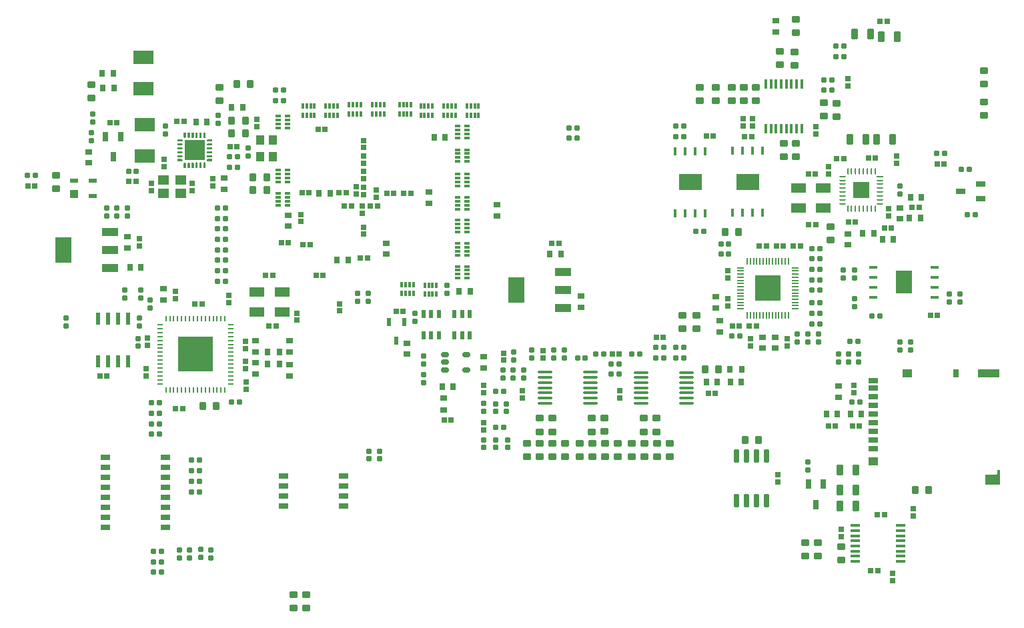
<source format=gbp>
G04*
G04 #@! TF.GenerationSoftware,Altium Limited,Altium Designer,23.11.1 (41)*
G04*
G04 Layer_Color=128*
%FSLAX44Y44*%
%MOMM*%
G71*
G04*
G04 #@! TF.SameCoordinates,8D0F9430-818D-4280-9ADF-FC2C5230366B*
G04*
G04*
G04 #@! TF.FilePolarity,Positive*
G04*
G01*
G75*
%ADD25R,0.8000X1.0000*%
%ADD32R,0.6400X0.6400*%
%ADD33R,0.9500X0.7500*%
G04:AMPARAMS|DCode=41|XSize=0.6mm|YSize=0.6mm|CornerRadius=0.06mm|HoleSize=0mm|Usage=FLASHONLY|Rotation=90.000|XOffset=0mm|YOffset=0mm|HoleType=Round|Shape=RoundedRectangle|*
%AMROUNDEDRECTD41*
21,1,0.6000,0.4800,0,0,90.0*
21,1,0.4800,0.6000,0,0,90.0*
1,1,0.1200,0.2400,0.2400*
1,1,0.1200,0.2400,-0.2400*
1,1,0.1200,-0.2400,-0.2400*
1,1,0.1200,-0.2400,0.2400*
%
%ADD41ROUNDEDRECTD41*%
%ADD42R,0.7500X0.9500*%
%ADD51R,0.6000X1.5500*%
G04:AMPARAMS|DCode=54|XSize=0.6mm|YSize=0.6mm|CornerRadius=0.06mm|HoleSize=0mm|Usage=FLASHONLY|Rotation=180.000|XOffset=0mm|YOffset=0mm|HoleType=Round|Shape=RoundedRectangle|*
%AMROUNDEDRECTD54*
21,1,0.6000,0.4800,0,0,180.0*
21,1,0.4800,0.6000,0,0,180.0*
1,1,0.1200,-0.2400,0.2400*
1,1,0.1200,0.2400,0.2400*
1,1,0.1200,0.2400,-0.2400*
1,1,0.1200,-0.2400,-0.2400*
%
%ADD54ROUNDEDRECTD54*%
G04:AMPARAMS|DCode=58|XSize=1mm|YSize=0.9mm|CornerRadius=0.1125mm|HoleSize=0mm|Usage=FLASHONLY|Rotation=0.000|XOffset=0mm|YOffset=0mm|HoleType=Round|Shape=RoundedRectangle|*
%AMROUNDEDRECTD58*
21,1,1.0000,0.6750,0,0,0.0*
21,1,0.7750,0.9000,0,0,0.0*
1,1,0.2250,0.3875,-0.3375*
1,1,0.2250,-0.3875,-0.3375*
1,1,0.2250,-0.3875,0.3375*
1,1,0.2250,0.3875,0.3375*
%
%ADD58ROUNDEDRECTD58*%
%ADD136R,0.6400X0.6400*%
G04:AMPARAMS|DCode=137|XSize=0.4mm|YSize=1.2mm|CornerRadius=0.05mm|HoleSize=0mm|Usage=FLASHONLY|Rotation=90.000|XOffset=0mm|YOffset=0mm|HoleType=Round|Shape=RoundedRectangle|*
%AMROUNDEDRECTD137*
21,1,0.4000,1.1000,0,0,90.0*
21,1,0.3000,1.2000,0,0,90.0*
1,1,0.1000,0.5500,0.1500*
1,1,0.1000,0.5500,-0.1500*
1,1,0.1000,-0.5500,-0.1500*
1,1,0.1000,-0.5500,0.1500*
%
%ADD137ROUNDEDRECTD137*%
G04:AMPARAMS|DCode=138|XSize=1.3mm|YSize=0.8mm|CornerRadius=0.1mm|HoleSize=0mm|Usage=FLASHONLY|Rotation=90.000|XOffset=0mm|YOffset=0mm|HoleType=Round|Shape=RoundedRectangle|*
%AMROUNDEDRECTD138*
21,1,1.3000,0.6000,0,0,90.0*
21,1,1.1000,0.8000,0,0,90.0*
1,1,0.2000,0.3000,0.5500*
1,1,0.2000,0.3000,-0.5500*
1,1,0.2000,-0.3000,-0.5500*
1,1,0.2000,-0.3000,0.5500*
%
%ADD138ROUNDEDRECTD138*%
%ADD139R,1.2700X0.7600*%
%ADD140R,0.6000X1.0000*%
G04:AMPARAMS|DCode=141|XSize=1.05mm|YSize=0.6mm|CornerRadius=0.15mm|HoleSize=0mm|Usage=FLASHONLY|Rotation=180.000|XOffset=0mm|YOffset=0mm|HoleType=Round|Shape=RoundedRectangle|*
%AMROUNDEDRECTD141*
21,1,1.0500,0.3000,0,0,180.0*
21,1,0.7500,0.6000,0,0,180.0*
1,1,0.3000,-0.3750,0.1500*
1,1,0.3000,0.3750,0.1500*
1,1,0.3000,0.3750,-0.1500*
1,1,0.3000,-0.3750,-0.1500*
%
%ADD141ROUNDEDRECTD141*%
%ADD142O,2.0000X0.3500*%
G04:AMPARAMS|DCode=143|XSize=0.4mm|YSize=1.2mm|CornerRadius=0.05mm|HoleSize=0mm|Usage=FLASHONLY|Rotation=180.000|XOffset=0mm|YOffset=0mm|HoleType=Round|Shape=RoundedRectangle|*
%AMROUNDEDRECTD143*
21,1,0.4000,1.1000,0,0,180.0*
21,1,0.3000,1.2000,0,0,180.0*
1,1,0.1000,-0.1500,0.5500*
1,1,0.1000,0.1500,0.5500*
1,1,0.1000,0.1500,-0.5500*
1,1,0.1000,-0.1500,-0.5500*
%
%ADD143ROUNDEDRECTD143*%
%ADD144R,1.2000X0.6500*%
G04:AMPARAMS|DCode=145|XSize=0.8078mm|YSize=0.2393mm|CornerRadius=0.1196mm|HoleSize=0mm|Usage=FLASHONLY|Rotation=180.000|XOffset=0mm|YOffset=0mm|HoleType=Round|Shape=RoundedRectangle|*
%AMROUNDEDRECTD145*
21,1,0.8078,0.0000,0,0,180.0*
21,1,0.5686,0.2393,0,0,180.0*
1,1,0.2393,-0.2843,0.0000*
1,1,0.2393,0.2843,0.0000*
1,1,0.2393,0.2843,0.0000*
1,1,0.2393,-0.2843,0.0000*
%
%ADD145ROUNDEDRECTD145*%
G04:AMPARAMS|DCode=146|XSize=0.2393mm|YSize=0.8078mm|CornerRadius=0.1196mm|HoleSize=0mm|Usage=FLASHONLY|Rotation=180.000|XOffset=0mm|YOffset=0mm|HoleType=Round|Shape=RoundedRectangle|*
%AMROUNDEDRECTD146*
21,1,0.2393,0.5686,0,0,180.0*
21,1,0.0000,0.8078,0,0,180.0*
1,1,0.2393,0.0000,0.2843*
1,1,0.2393,0.0000,0.2843*
1,1,0.2393,0.0000,-0.2843*
1,1,0.2393,0.0000,-0.2843*
%
%ADD146ROUNDEDRECTD146*%
%ADD147R,1.9000X1.2000*%
G04:AMPARAMS|DCode=150|XSize=1.0611mm|YSize=0.3925mm|CornerRadius=0.1962mm|HoleSize=0mm|Usage=FLASHONLY|Rotation=90.000|XOffset=0mm|YOffset=0mm|HoleType=Round|Shape=RoundedRectangle|*
%AMROUNDEDRECTD150*
21,1,1.0611,0.0000,0,0,90.0*
21,1,0.6686,0.3925,0,0,90.0*
1,1,0.3925,0.0000,0.3343*
1,1,0.3925,0.0000,-0.3343*
1,1,0.3925,0.0000,-0.3343*
1,1,0.3925,0.0000,0.3343*
%
%ADD150ROUNDEDRECTD150*%
G04:AMPARAMS|DCode=152|XSize=1.0611mm|YSize=0.3925mm|CornerRadius=0.1962mm|HoleSize=0mm|Usage=FLASHONLY|Rotation=0.000|XOffset=0mm|YOffset=0mm|HoleType=Round|Shape=RoundedRectangle|*
%AMROUNDEDRECTD152*
21,1,1.0611,0.0000,0,0,0.0*
21,1,0.6686,0.3925,0,0,0.0*
1,1,0.3925,0.3343,0.0000*
1,1,0.3925,-0.3343,0.0000*
1,1,0.3925,-0.3343,0.0000*
1,1,0.3925,0.3343,0.0000*
%
%ADD152ROUNDEDRECTD152*%
%ADD153R,2.8000X1.0000*%
%ADD154R,1.2000X1.0000*%
%ADD155R,3.2000X3.2000*%
%ADD156R,0.2000X0.8500*%
%ADD157R,0.9500X0.8000*%
%ADD158C,1.1447*%
%ADD159R,1.2000X0.7000*%
G04:AMPARAMS|DCode=160|XSize=1mm|YSize=0.9mm|CornerRadius=0.1125mm|HoleSize=0mm|Usage=FLASHONLY|Rotation=270.000|XOffset=0mm|YOffset=0mm|HoleType=Round|Shape=RoundedRectangle|*
%AMROUNDEDRECTD160*
21,1,1.0000,0.6750,0,0,270.0*
21,1,0.7750,0.9000,0,0,270.0*
1,1,0.2250,-0.3375,-0.3875*
1,1,0.2250,-0.3375,0.3875*
1,1,0.2250,0.3375,0.3875*
1,1,0.2250,0.3375,-0.3875*
%
%ADD160ROUNDEDRECTD160*%
%ADD161R,0.6500X1.2000*%
%ADD162R,2.1500X1.0000*%
G04:AMPARAMS|DCode=163|XSize=0.65mm|YSize=1.65mm|CornerRadius=0.0488mm|HoleSize=0mm|Usage=FLASHONLY|Rotation=0.000|XOffset=0mm|YOffset=0mm|HoleType=Round|Shape=RoundedRectangle|*
%AMROUNDEDRECTD163*
21,1,0.6500,1.5525,0,0,0.0*
21,1,0.5525,1.6500,0,0,0.0*
1,1,0.0975,0.2763,-0.7763*
1,1,0.0975,-0.2763,-0.7763*
1,1,0.0975,-0.2763,0.7763*
1,1,0.0975,0.2763,0.7763*
%
%ADD163ROUNDEDRECTD163*%
%ADD164R,1.1000X1.3000*%
%ADD165R,2.5000X2.5000*%
%ADD166R,1.4000X1.2000*%
%ADD167R,1.0000X1.0000*%
%ADD168O,0.7500X0.2500*%
%ADD169R,4.5000X4.5000*%
%ADD170O,0.2500X0.7500*%
%ADD171R,0.6500X0.3000*%
%ADD172R,0.3000X0.6500*%
%ADD173R,0.6400X0.9200*%
%ADD174R,2.1500X3.2500*%
%ADD175R,0.3925X1.0611*%
%ADD176R,1.0611X0.3925*%
%ADD177R,0.8078X0.2393*%
%ADD178C,0.2520*%
%ADD179R,0.8500X0.2000*%
%ADD180R,2.5000X1.7000*%
%ADD181R,1.0000X0.6000*%
%ADD182R,0.9200X0.6400*%
%ADD214R,2.9724X2.0724*%
%ADD215R,2.0724X2.9724*%
%ADD216R,2.0239X2.0239*%
G36*
X633280Y887807D02*
X633674Y887413D01*
X633887Y886898D01*
Y886620D01*
Y886341D01*
X633674Y885827D01*
X633280Y885433D01*
X632766Y885220D01*
X626987D01*
Y888020D01*
X632766D01*
X633280Y887807D01*
D02*
G37*
G36*
X632487Y893020D02*
X632766D01*
X633280Y892807D01*
X633674Y892413D01*
X633887Y891898D01*
Y891620D01*
Y891341D01*
X633674Y890827D01*
X633280Y890433D01*
X632766Y890220D01*
X626987D01*
Y893020D01*
X632487D01*
Y893020D01*
D02*
G37*
G36*
X633280Y897807D02*
X633674Y897413D01*
X633887Y896898D01*
Y896620D01*
Y896341D01*
X633674Y895827D01*
X633280Y895433D01*
X632766Y895220D01*
X626987D01*
Y898020D01*
X632766D01*
X633280Y897807D01*
D02*
G37*
G36*
X637556Y883532D02*
X637949Y883138D01*
X638162Y882624D01*
Y882345D01*
Y876845D01*
X635363D01*
Y882345D01*
Y882624D01*
X635576Y883138D01*
X635970Y883532D01*
X636484Y883745D01*
X637041D01*
X637556Y883532D01*
D02*
G37*
G36*
X642555D02*
X642949Y883138D01*
X643163Y882624D01*
Y882345D01*
X643163Y876845D01*
X640362D01*
Y882345D01*
Y882624D01*
X640576Y883138D01*
X640969Y883532D01*
X641484Y883745D01*
X642041D01*
X642555Y883532D01*
D02*
G37*
G36*
X647556D02*
X647949Y883138D01*
X648163Y882624D01*
Y882345D01*
Y876845D01*
X645362D01*
Y882345D01*
Y882624D01*
X645576Y883138D01*
X645969Y883532D01*
X646484Y883745D01*
X647041D01*
X647556Y883532D01*
D02*
G37*
G36*
X633280Y902807D02*
X633674Y902413D01*
X633887Y901898D01*
Y901620D01*
Y901341D01*
X633674Y900827D01*
X633280Y900433D01*
X632766Y900220D01*
X626987D01*
Y903020D01*
X632766D01*
X633280Y902807D01*
D02*
G37*
G36*
Y907807D02*
X633674Y907413D01*
X633887Y906898D01*
Y906620D01*
Y906341D01*
X633674Y905827D01*
X633280Y905433D01*
X632766Y905220D01*
X632487D01*
X626987Y905220D01*
Y908020D01*
X632766D01*
X633280Y907807D01*
D02*
G37*
G36*
Y912807D02*
X633674Y912413D01*
X633887Y911898D01*
Y911620D01*
Y911341D01*
X633674Y910827D01*
X633280Y910433D01*
X632766Y910220D01*
X626987D01*
Y913020D01*
X632766D01*
X633280Y912807D01*
D02*
G37*
G36*
X638162Y915895D02*
Y915617D01*
X637949Y915102D01*
X637556Y914708D01*
X637041Y914495D01*
X636484D01*
X635970Y914708D01*
X635576Y915102D01*
X635363Y915617D01*
Y915895D01*
Y921395D01*
X638162D01*
Y915895D01*
D02*
G37*
G36*
X643163D02*
X643163D01*
Y915617D01*
X642949Y915102D01*
X642555Y914708D01*
X642041Y914495D01*
X641484D01*
X640969Y914708D01*
X640576Y915102D01*
X640362Y915617D01*
Y915895D01*
Y921395D01*
X643163D01*
Y915895D01*
D02*
G37*
G36*
X648163D02*
Y915617D01*
X647949Y915102D01*
X647556Y914708D01*
X647041Y914495D01*
X646484D01*
X645969Y914708D01*
X645576Y915102D01*
X645362Y915617D01*
Y915895D01*
Y921395D01*
X648163D01*
Y915895D01*
D02*
G37*
G36*
X663163D02*
Y915617D01*
X662949Y915102D01*
X662555Y914708D01*
X662041Y914495D01*
X661484D01*
X660969Y914708D01*
X660576Y915102D01*
X660362Y915617D01*
Y915895D01*
Y921395D01*
X663163D01*
Y915895D01*
D02*
G37*
G36*
X658163D02*
Y915617D01*
X657949Y915102D01*
X657556Y914708D01*
X657041Y914495D01*
X656484D01*
X655969Y914708D01*
X655576Y915102D01*
X655362Y915617D01*
Y915895D01*
X655362Y921395D01*
X658163D01*
Y915895D01*
D02*
G37*
G36*
X653163D02*
Y915617D01*
X652949Y915102D01*
X652555Y914708D01*
X652041Y914495D01*
X651484D01*
X650969Y914708D01*
X650576Y915102D01*
X650362Y915617D01*
Y915895D01*
Y921395D01*
X653163D01*
Y915895D01*
D02*
G37*
G36*
X671537Y910220D02*
X665759D01*
X665245Y910433D01*
X664851Y910827D01*
X664638Y911341D01*
Y911620D01*
Y911898D01*
X664851Y912413D01*
X665245Y912807D01*
X665759Y913020D01*
X671537D01*
Y910220D01*
D02*
G37*
G36*
Y905220D02*
X666038D01*
Y905220D01*
X665759D01*
X665245Y905433D01*
X664851Y905827D01*
X664638Y906341D01*
Y906620D01*
Y906898D01*
X664851Y907413D01*
X665245Y907807D01*
X665759Y908020D01*
X671537D01*
Y905220D01*
D02*
G37*
G36*
Y900220D02*
X665759D01*
X665245Y900433D01*
X664851Y900827D01*
X664638Y901341D01*
Y901620D01*
Y901898D01*
X664851Y902413D01*
X665245Y902807D01*
X665759Y903020D01*
X671537D01*
Y900220D01*
D02*
G37*
G36*
Y895220D02*
X665759D01*
X665245Y895433D01*
X664851Y895827D01*
X664638Y896341D01*
Y896620D01*
Y896898D01*
X664851Y897413D01*
X665245Y897807D01*
X665759Y898020D01*
X671537D01*
Y895220D01*
D02*
G37*
G36*
Y890220D02*
X665759D01*
X665245Y890433D01*
X664851Y890827D01*
X664638Y891341D01*
Y891620D01*
Y891898D01*
X664851Y892413D01*
X665245Y892807D01*
X665759Y893020D01*
X666038D01*
X671537Y893020D01*
Y890220D01*
D02*
G37*
G36*
Y885220D02*
X665759D01*
X665245Y885433D01*
X664851Y885827D01*
X664638Y886341D01*
Y886620D01*
Y886898D01*
X664851Y887413D01*
X665245Y887807D01*
X665759Y888020D01*
X671537D01*
Y885220D01*
D02*
G37*
G36*
X662555Y883532D02*
X662949Y883138D01*
X663163Y882624D01*
Y882345D01*
Y876845D01*
X660362D01*
Y882345D01*
Y882624D01*
X660576Y883138D01*
X660969Y883532D01*
X661484Y883745D01*
X662041D01*
X662555Y883532D01*
D02*
G37*
G36*
X657556D02*
X657949Y883138D01*
X658163Y882624D01*
Y882345D01*
Y876845D01*
X655362D01*
Y882345D01*
X655362D01*
Y882624D01*
X655576Y883138D01*
X655969Y883532D01*
X656484Y883745D01*
X657041D01*
X657556Y883532D01*
D02*
G37*
G36*
X652555D02*
X652949Y883138D01*
X653163Y882624D01*
Y882345D01*
Y876845D01*
X650362D01*
Y882345D01*
Y882624D01*
X650576Y883138D01*
X650969Y883532D01*
X651484Y883745D01*
X652041D01*
X652555Y883532D01*
D02*
G37*
G36*
X1671350Y474346D02*
X1652350D01*
Y487346D01*
X1666350D01*
X1667850Y488846D01*
Y492846D01*
X1671350D01*
Y474346D01*
D02*
G37*
D25*
X1615850Y615846D02*
D03*
D32*
X1470000Y417600D02*
D03*
Y408400D02*
D03*
X1540000Y891600D02*
D03*
Y882400D02*
D03*
X1453725Y869139D02*
D03*
Y878339D02*
D03*
X728000Y938600D02*
D03*
Y929400D02*
D03*
X864000Y862730D02*
D03*
Y871930D02*
D03*
Y842400D02*
D03*
Y851600D02*
D03*
X854000Y843400D02*
D03*
Y852600D02*
D03*
X861963Y819360D02*
D03*
Y828560D02*
D03*
X1065324Y584600D02*
D03*
X1188720Y584680D02*
D03*
X1478280Y990120D02*
D03*
X1437640Y929160D02*
D03*
X1357652Y939320D02*
D03*
X1345473D02*
D03*
X1530350Y825020D02*
D03*
X880000Y839400D02*
D03*
X1485900Y600776D02*
D03*
X1401587Y659920D02*
D03*
X1354370Y650720D02*
D03*
X1561000Y443600D02*
D03*
X1535000Y352400D02*
D03*
X1389380Y478000D02*
D03*
X1325880Y737080D02*
D03*
Y701520D02*
D03*
X864000Y902400D02*
D03*
Y891600D02*
D03*
Y801600D02*
D03*
X784000Y808480D02*
D03*
X610870Y878050D02*
D03*
X672467Y853534D02*
D03*
X646430Y856770D02*
D03*
X594795Y847570D02*
D03*
X579000Y786600D02*
D03*
X833000Y704200D02*
D03*
X779331Y683177D02*
D03*
X693000Y714600D02*
D03*
X714000Y647400D02*
D03*
Y622000D02*
D03*
X715000Y595800D02*
D03*
X625000Y719600D02*
D03*
X589000Y660600D02*
D03*
X588000Y612400D02*
D03*
X1485900Y591576D02*
D03*
X1530350Y815820D02*
D03*
X1478280Y980920D02*
D03*
X693000Y705400D02*
D03*
X589000Y651400D02*
D03*
X715000Y605000D02*
D03*
X588000Y621600D02*
D03*
X1016000Y544196D02*
D03*
X784000Y817679D02*
D03*
X880000Y848600D02*
D03*
X1016000Y590945D02*
D03*
X1091578Y635480D02*
D03*
X1041400Y641585D02*
D03*
X625000Y710400D02*
D03*
X864000Y792400D02*
D03*
Y911600D02*
D03*
Y882400D02*
D03*
X1389380Y487200D02*
D03*
X1325880Y710720D02*
D03*
Y746280D02*
D03*
X1016000Y553396D02*
D03*
X1091578Y644680D02*
D03*
X1016000Y600144D02*
D03*
X1041400Y632385D02*
D03*
X779331Y692377D02*
D03*
X1401587Y650720D02*
D03*
X1354370Y659920D02*
D03*
X833000Y695000D02*
D03*
X1345473Y930120D02*
D03*
X1357652D02*
D03*
X1437640Y919960D02*
D03*
X579000Y777400D02*
D03*
X1561000Y434400D02*
D03*
X1535000Y361600D02*
D03*
X1065324Y593800D02*
D03*
X1188720Y593880D02*
D03*
X714000Y656600D02*
D03*
Y631200D02*
D03*
X646430Y847570D02*
D03*
X594795Y856770D02*
D03*
X610870Y887250D02*
D03*
X672467Y862735D02*
D03*
D33*
X1016000Y636920D02*
D03*
X919000Y640000D02*
D03*
X1386840Y1049640D02*
D03*
X1544320Y826150D02*
D03*
X947000Y846000D02*
D03*
X1033000Y830000D02*
D03*
X1478280Y779130D02*
D03*
X1466850Y599578D02*
D03*
X892000Y767000D02*
D03*
X1310640Y699120D02*
D03*
X1315720Y668640D02*
D03*
X1140000Y714000D02*
D03*
X768000Y802482D02*
D03*
X514682Y883270D02*
D03*
X686816Y849488D02*
D03*
X564000Y789000D02*
D03*
X769620Y657240D02*
D03*
X726440Y615300D02*
D03*
Y643240D02*
D03*
X769620Y612760D02*
D03*
X610000Y723000D02*
D03*
X1466850Y585578D02*
D03*
X1544320Y812150D02*
D03*
X947000Y832000D02*
D03*
X1478280Y793130D02*
D03*
X768000Y816481D02*
D03*
X1033000Y816000D02*
D03*
X769620Y626760D02*
D03*
Y643240D02*
D03*
X1140000Y700000D02*
D03*
X1310640Y713120D02*
D03*
X892000Y781000D02*
D03*
X919000Y654000D02*
D03*
X1315720Y682640D02*
D03*
X1386840Y1063640D02*
D03*
X564000Y775000D02*
D03*
X1016000Y622920D02*
D03*
X610000Y709000D02*
D03*
X726440Y657240D02*
D03*
Y629300D02*
D03*
X686816Y863488D02*
D03*
X514682Y897270D02*
D03*
D41*
X1124590Y927689D02*
D03*
X1134590D02*
D03*
Y914400D02*
D03*
X1124590D02*
D03*
X1178165Y627968D02*
D03*
X1158320Y640080D02*
D03*
X1269920Y635351D02*
D03*
Y648639D02*
D03*
X1473120Y1017952D02*
D03*
X1601000Y895000D02*
D03*
X703500Y877392D02*
D03*
X565230Y872364D02*
D03*
X447000Y867000D02*
D03*
X1632000Y875000D02*
D03*
X1622000D02*
D03*
X1640000Y817000D02*
D03*
X1630000D02*
D03*
X688345Y732766D02*
D03*
X678345D02*
D03*
Y746055D02*
D03*
X688345D02*
D03*
X678345Y759343D02*
D03*
X688345D02*
D03*
X678345Y772632D02*
D03*
X688345D02*
D03*
X678505Y785920D02*
D03*
X688505D02*
D03*
X678345Y799209D02*
D03*
X688345D02*
D03*
X678345Y812497D02*
D03*
X688345D02*
D03*
X678345Y825786D02*
D03*
X688345D02*
D03*
X604440Y578399D02*
D03*
X594440D02*
D03*
X604440Y565110D02*
D03*
X594440D02*
D03*
X604440Y551768D02*
D03*
X594440D02*
D03*
X604440Y538480D02*
D03*
X594440D02*
D03*
X655320Y505460D02*
D03*
X645320D02*
D03*
X655240Y492172D02*
D03*
X645240D02*
D03*
X655320Y478883D02*
D03*
X645320D02*
D03*
X655240Y464820D02*
D03*
X645240D02*
D03*
X607060Y363220D02*
D03*
X597060D02*
D03*
X606980Y376508D02*
D03*
X596980D02*
D03*
X606980Y389797D02*
D03*
X596980D02*
D03*
X1490900Y656035D02*
D03*
X1480900D02*
D03*
X1493440Y579120D02*
D03*
X1483440D02*
D03*
X1591000Y895000D02*
D03*
X1168320Y640080D02*
D03*
X1442640Y761226D02*
D03*
X1432640D02*
D03*
X703500Y890680D02*
D03*
X693500D02*
D03*
X1518840Y688366D02*
D03*
X1442640Y692057D02*
D03*
X1285320Y796306D02*
D03*
X1259920Y929640D02*
D03*
Y916234D02*
D03*
X751920Y962072D02*
D03*
X1331040Y662906D02*
D03*
X1031320Y546810D02*
D03*
X1234520Y648639D02*
D03*
X1031320Y592530D02*
D03*
X1442640Y678768D02*
D03*
X1259920Y648639D02*
D03*
X1204040Y640351D02*
D03*
X1508840Y688366D02*
D03*
X1341040Y662906D02*
D03*
X761920Y975360D02*
D03*
X751920D02*
D03*
X761920Y962072D02*
D03*
X1317070Y780368D02*
D03*
X1327070D02*
D03*
X1442640Y774514D02*
D03*
X1432640D02*
D03*
X1317150Y767080D02*
D03*
X1327150D02*
D03*
X1442640Y747937D02*
D03*
X1432640D02*
D03*
X1442560Y734649D02*
D03*
X1432560D02*
D03*
X1269920Y916234D02*
D03*
X1442560Y721360D02*
D03*
X1432560D02*
D03*
X1442640Y705346D02*
D03*
X1432640D02*
D03*
X1269920Y929640D02*
D03*
X1432640Y692057D02*
D03*
X1295320Y796306D02*
D03*
X1432640Y678768D02*
D03*
X1473120Y1031240D02*
D03*
X1463120D02*
D03*
Y1017952D02*
D03*
X1447880Y975360D02*
D03*
X1457880D02*
D03*
X1447880Y988649D02*
D03*
X1457880D02*
D03*
X1244520Y648639D02*
D03*
X1234600Y635351D02*
D03*
X1244600D02*
D03*
X1259920D02*
D03*
X1214040Y640351D02*
D03*
X1145031Y635472D02*
D03*
X1135032D02*
D03*
X1178165Y614680D02*
D03*
X1188165D02*
D03*
Y627968D02*
D03*
X1041320Y546810D02*
D03*
Y592530D02*
D03*
X696040Y579120D02*
D03*
X706040D02*
D03*
X575230Y872364D02*
D03*
X693500Y877392D02*
D03*
X437000Y867000D02*
D03*
D42*
X977280Y598869D02*
D03*
X1312645Y604496D02*
D03*
X1557640Y839470D02*
D03*
X967120Y915670D02*
D03*
X1536080Y785760D02*
D03*
X1343040Y604496D02*
D03*
X1481440Y563880D02*
D03*
X1450960D02*
D03*
X1114000Y767000D02*
D03*
X998870Y719563D02*
D03*
X821000Y844000D02*
D03*
X710100Y953180D02*
D03*
X664860Y934720D02*
D03*
X532100Y996950D02*
D03*
X532750Y977900D02*
D03*
X829921Y760000D02*
D03*
X581000Y750000D02*
D03*
X1571640Y839470D02*
D03*
X1522080Y785760D02*
D03*
X1100000Y767000D02*
D03*
X843921Y760000D02*
D03*
X984870Y719563D02*
D03*
X1464960Y563880D02*
D03*
X1495440D02*
D03*
X953120Y915670D02*
D03*
X807000Y844000D02*
D03*
X567000Y750000D02*
D03*
X1329040Y604496D02*
D03*
X1298645Y604496D02*
D03*
X963280Y598869D02*
D03*
X696100Y953180D02*
D03*
X650860Y934720D02*
D03*
X546100Y996950D02*
D03*
X546750Y977900D02*
D03*
D51*
X527050Y684860D02*
D03*
X539750D02*
D03*
X552450D02*
D03*
X565150D02*
D03*
X552450Y630860D02*
D03*
X527050D02*
D03*
X539750D02*
D03*
X565150D02*
D03*
D54*
X593000Y699000D02*
D03*
Y709000D02*
D03*
X929000Y692000D02*
D03*
Y682000D02*
D03*
X940000Y604000D02*
D03*
X1031240Y521490D02*
D03*
X1016000D02*
D03*
X1031240Y567210D02*
D03*
X1016000Y567290D02*
D03*
X1053512Y609680D02*
D03*
X1040223D02*
D03*
X1118188Y635472D02*
D03*
X1076960D02*
D03*
X1544320Y843360D02*
D03*
X1427480Y502840D02*
D03*
X716788Y901907D02*
D03*
X520000Y945000D02*
D03*
X486000Y676000D02*
D03*
Y686000D02*
D03*
X560796Y721608D02*
D03*
X560796Y711608D02*
D03*
X580810Y711280D02*
D03*
Y721280D02*
D03*
X550592Y825565D02*
D03*
Y815565D02*
D03*
X563880Y825420D02*
D03*
Y815420D02*
D03*
X537303Y825565D02*
D03*
Y815565D02*
D03*
X969556Y717630D02*
D03*
Y727630D02*
D03*
X884000Y517000D02*
D03*
Y507000D02*
D03*
X870000Y517000D02*
D03*
Y507000D02*
D03*
X579120Y675720D02*
D03*
Y685720D02*
D03*
X1466850Y640000D02*
D03*
Y630000D02*
D03*
X1479550Y640000D02*
D03*
Y630000D02*
D03*
X1492250Y640000D02*
D03*
Y630000D02*
D03*
X1544320Y655240D02*
D03*
Y645240D02*
D03*
X1558290Y645160D02*
D03*
Y655160D02*
D03*
X1544320Y853360D02*
D03*
X630000Y391000D02*
D03*
Y381000D02*
D03*
X643000Y391000D02*
D03*
Y381000D02*
D03*
X657000Y392000D02*
D03*
Y382000D02*
D03*
X670000Y381000D02*
D03*
Y391000D02*
D03*
X1487186Y710263D02*
D03*
Y700263D02*
D03*
X716788Y891907D02*
D03*
X1016000Y531490D02*
D03*
X1487170Y746680D02*
D03*
X1016000Y577290D02*
D03*
X1104900Y635472D02*
D03*
X869259Y717062D02*
D03*
X855971Y716982D02*
D03*
X1054134Y642969D02*
D03*
X1607114Y706200D02*
D03*
X1472635Y746765D02*
D03*
X1414321Y655320D02*
D03*
X1076960Y645472D02*
D03*
X1620520Y706200D02*
D03*
X1440898Y655320D02*
D03*
X1040223Y619680D02*
D03*
X1427609Y655480D02*
D03*
X940000Y614000D02*
D03*
X1427480Y492840D02*
D03*
X855971Y706982D02*
D03*
X869259Y707062D02*
D03*
X1472635Y736765D02*
D03*
X1487170Y736680D02*
D03*
X1620520Y716200D02*
D03*
X1607114D02*
D03*
X1414321Y665320D02*
D03*
X1440898D02*
D03*
X1427609Y665480D02*
D03*
X1118188Y645472D02*
D03*
X1104900D02*
D03*
X1066800Y619680D02*
D03*
Y609680D02*
D03*
X1054134Y632969D02*
D03*
X1031240Y577210D02*
D03*
X1053512Y619680D02*
D03*
X1044529Y567210D02*
D03*
Y577210D02*
D03*
X1031240Y531490D02*
D03*
X1046480Y521490D02*
D03*
Y531490D02*
D03*
X940000Y638000D02*
D03*
Y628000D02*
D03*
X577810Y650105D02*
D03*
Y660105D02*
D03*
X679450Y933610D02*
D03*
Y943610D02*
D03*
X612140Y919560D02*
D03*
Y929560D02*
D03*
X520000Y935000D02*
D03*
X517821Y911174D02*
D03*
Y921173D02*
D03*
D58*
X1087200Y558679D02*
D03*
X1103219D02*
D03*
X1153240D02*
D03*
X1169258Y558800D02*
D03*
X1219200Y558679D02*
D03*
X1235219D02*
D03*
X1463819Y958460D02*
D03*
X1412240Y1048140D02*
D03*
X1410415Y1024040D02*
D03*
X1391920Y1024500D02*
D03*
X1330960Y961780D02*
D03*
X680832Y978780D02*
D03*
X518000Y982500D02*
D03*
X473710Y850020D02*
D03*
X1268000Y689500D02*
D03*
Y672500D02*
D03*
X1651000Y960500D02*
D03*
Y943500D02*
D03*
Y1000500D02*
D03*
Y983500D02*
D03*
X1456690Y802250D02*
D03*
Y785250D02*
D03*
X1286000Y689500D02*
D03*
Y672500D02*
D03*
X680832Y961780D02*
D03*
X1138000Y526660D02*
D03*
X1203960D02*
D03*
X1119237D02*
D03*
X1186056D02*
D03*
X774700Y317382D02*
D03*
X1424161Y383930D02*
D03*
X791090Y317382D02*
D03*
X1470000Y378500D02*
D03*
X1440180Y383930D02*
D03*
X1252016Y526660D02*
D03*
X1087200D02*
D03*
X1440180Y400930D02*
D03*
X1290320Y978780D02*
D03*
Y961780D02*
D03*
X1447800Y959731D02*
D03*
Y942730D02*
D03*
X1463819Y941460D02*
D03*
X1361440Y978780D02*
D03*
Y961780D02*
D03*
X1412240Y1065140D02*
D03*
X1310640Y961780D02*
D03*
Y978780D02*
D03*
X1410415Y1007040D02*
D03*
X1397000Y890660D02*
D03*
Y907660D02*
D03*
X1391920Y1007500D02*
D03*
X1330960Y978780D02*
D03*
X1412240Y890660D02*
D03*
Y907660D02*
D03*
X1346200Y978780D02*
D03*
Y961780D02*
D03*
X1235219Y541679D02*
D03*
X1219200D02*
D03*
X1219979Y509660D02*
D03*
Y526660D02*
D03*
X1235997Y509660D02*
D03*
Y526660D02*
D03*
X1203960Y509660D02*
D03*
X1252016D02*
D03*
X1470000Y395500D02*
D03*
X1087200Y541679D02*
D03*
X1103219D02*
D03*
X1169258Y541800D02*
D03*
X1153240Y541679D02*
D03*
X1087200Y509660D02*
D03*
X1103219D02*
D03*
Y526660D02*
D03*
X1170037Y509660D02*
D03*
Y526660D02*
D03*
X1154018Y509660D02*
D03*
Y526660D02*
D03*
X1138000Y509660D02*
D03*
X1186056D02*
D03*
X1071181D02*
D03*
Y526660D02*
D03*
X1119237Y509660D02*
D03*
X791090Y334382D02*
D03*
X1424161Y400930D02*
D03*
X774700Y334382D02*
D03*
X518000Y965500D02*
D03*
X473710Y867020D02*
D03*
D136*
X1473085Y888590D02*
D03*
X1463885D02*
D03*
X904720Y694249D02*
D03*
X913920Y694249D02*
D03*
X1310160Y590147D02*
D03*
X1518800Y1063000D02*
D03*
X1600600Y882000D02*
D03*
X1504160Y889000D02*
D03*
X1347160Y916138D02*
D03*
X1559560Y826770D02*
D03*
X1533680Y800108D02*
D03*
X1437160Y869188D02*
D03*
X1487960Y807720D02*
D03*
X1428440Y804893D02*
D03*
X1307620Y916940D02*
D03*
X892901Y844000D02*
D03*
X923424D02*
D03*
X786400Y779000D02*
D03*
X872514Y828195D02*
D03*
X1417843Y777240D02*
D03*
X1582900Y689610D02*
D03*
X1387320Y777240D02*
D03*
X1365974D02*
D03*
X1353030Y675640D02*
D03*
X1483840Y548640D02*
D03*
X1453360D02*
D03*
X1111600Y781000D02*
D03*
X868600Y762000D02*
D03*
X1331440Y675640D02*
D03*
X974880Y556580D02*
D03*
X805660Y925830D02*
D03*
X785400Y845000D02*
D03*
X703100Y903413D02*
D03*
X848600Y828000D02*
D03*
X841600Y845000D02*
D03*
X768340Y781590D02*
D03*
X626370Y935990D02*
D03*
X446600Y854000D02*
D03*
X565630Y859631D02*
D03*
X812320Y740410D02*
D03*
X748600Y740000D02*
D03*
X658600Y704000D02*
D03*
X743400Y675704D02*
D03*
X538000Y612140D02*
D03*
X634200Y571000D02*
D03*
X437400Y854000D02*
D03*
X1478760Y807720D02*
D03*
X1568760Y826770D02*
D03*
X1513360Y889000D02*
D03*
X1591400Y882000D02*
D03*
X1528000Y1063000D02*
D03*
X649400Y704000D02*
D03*
X625000Y571000D02*
D03*
X1102400Y781000D02*
D03*
X1298420Y916940D02*
D03*
X1524480Y800108D02*
D03*
X693900Y903413D02*
D03*
X795600Y779000D02*
D03*
X859400Y762000D02*
D03*
X1179040Y640702D02*
D03*
X832400Y845000D02*
D03*
X902101Y844000D02*
D03*
X881714Y828195D02*
D03*
X839400Y828000D02*
D03*
X528800Y612140D02*
D03*
X759140Y781590D02*
D03*
X794600Y845000D02*
D03*
X914224Y844000D02*
D03*
X814860Y925830D02*
D03*
X1462560Y548640D02*
D03*
X1375174Y777240D02*
D03*
X1356360Y916138D02*
D03*
X1408642Y777240D02*
D03*
X1340640Y675640D02*
D03*
X1493040Y548640D02*
D03*
X1592100Y689610D02*
D03*
X1234920Y661373D02*
D03*
X1244120D02*
D03*
X1188240Y640702D02*
D03*
X803120Y740410D02*
D03*
X1362230Y675640D02*
D03*
X1396520Y777240D02*
D03*
X1427960Y869188D02*
D03*
X1515400Y436000D02*
D03*
X1524600D02*
D03*
X1507400Y365000D02*
D03*
X1516600D02*
D03*
X1300960Y590147D02*
D03*
X965680Y556580D02*
D03*
X1437640Y804893D02*
D03*
X739400Y740000D02*
D03*
X752600Y675704D02*
D03*
X574830Y859631D02*
D03*
X635569Y935990D02*
D03*
X550700Y934280D02*
D03*
X541500D02*
D03*
D137*
X1545000Y422500D02*
D03*
Y416000D02*
D03*
Y409500D02*
D03*
Y403000D02*
D03*
Y396500D02*
D03*
Y390000D02*
D03*
X1545000Y383500D02*
D03*
X1545000Y377000D02*
D03*
X1488000Y422500D02*
D03*
Y403000D02*
D03*
Y396500D02*
D03*
X1488000Y383500D02*
D03*
X1488000Y416000D02*
D03*
Y377000D02*
D03*
Y390000D02*
D03*
Y409500D02*
D03*
D138*
X1487000Y1047000D02*
D03*
X1507000D02*
D03*
X1481000Y913000D02*
D03*
X1501000D02*
D03*
X1535000D02*
D03*
X1515000D02*
D03*
X1541000Y1043000D02*
D03*
X1521000D02*
D03*
X1468280Y467360D02*
D03*
X1488280D02*
D03*
Y447040D02*
D03*
X1468280D02*
D03*
X1488280Y492760D02*
D03*
X1468280D02*
D03*
D139*
X838200Y485140D02*
D03*
Y472440D02*
D03*
Y459740D02*
D03*
Y447040D02*
D03*
X762000Y472440D02*
D03*
Y485140D02*
D03*
Y459740D02*
D03*
Y447040D02*
D03*
X535940Y496570D02*
D03*
Y433070D02*
D03*
Y483870D02*
D03*
Y458470D02*
D03*
Y471170D02*
D03*
Y445770D02*
D03*
Y509270D02*
D03*
Y420370D02*
D03*
X612140Y509270D02*
D03*
Y496570D02*
D03*
Y483870D02*
D03*
Y471170D02*
D03*
Y458470D02*
D03*
Y445770D02*
D03*
Y433070D02*
D03*
Y420370D02*
D03*
D140*
X896000Y681000D02*
D03*
X915000Y681000D02*
D03*
X905500Y657000D02*
D03*
X949429Y664443D02*
D03*
X988697D02*
D03*
X979197D02*
D03*
X939929Y691443D02*
D03*
X998197D02*
D03*
Y664443D02*
D03*
X958929Y691443D02*
D03*
X979197D02*
D03*
X958929Y664443D02*
D03*
X939929D02*
D03*
X949429Y691443D02*
D03*
X988697D02*
D03*
D141*
X966940Y629920D02*
D03*
Y620420D02*
D03*
X966940Y639420D02*
D03*
X993940Y639420D02*
D03*
X993940Y620420D02*
D03*
D142*
X1151680Y597569D02*
D03*
X1273792Y610447D02*
D03*
Y597447D02*
D03*
Y584447D02*
D03*
Y616947D02*
D03*
Y603947D02*
D03*
Y590947D02*
D03*
Y577947D02*
D03*
X1215791Y616947D02*
D03*
X1215791Y610447D02*
D03*
X1215791Y603947D02*
D03*
X1215791Y597447D02*
D03*
X1215791Y590947D02*
D03*
X1215791Y584447D02*
D03*
X1215791Y577947D02*
D03*
X1093680Y578069D02*
D03*
X1093680Y584569D02*
D03*
X1093680Y591069D02*
D03*
X1093680Y597569D02*
D03*
X1093680Y604068D02*
D03*
X1093680Y610569D02*
D03*
X1093680Y617068D02*
D03*
X1151680Y578069D02*
D03*
Y584569D02*
D03*
Y591068D02*
D03*
Y604068D02*
D03*
Y610569D02*
D03*
Y617068D02*
D03*
D143*
X1419750Y983540D02*
D03*
X1374250D02*
D03*
X1380750D02*
D03*
X1387250D02*
D03*
X1393750D02*
D03*
X1400250D02*
D03*
X1406750D02*
D03*
X1413250D02*
D03*
X1374250Y926540D02*
D03*
X1380750D02*
D03*
X1387250D02*
D03*
X1393750D02*
D03*
X1400250D02*
D03*
X1406750D02*
D03*
X1413250D02*
D03*
X1419750D02*
D03*
D144*
X1647000Y837500D02*
D03*
X1621000Y847000D02*
D03*
X1647000Y856500D02*
D03*
D145*
X1519191Y850860D02*
D03*
Y830860D02*
D03*
X1471688Y865860D02*
D03*
Y855860D02*
D03*
Y835860D02*
D03*
X1519191Y845860D02*
D03*
X1471688Y860860D02*
D03*
X1519191Y855860D02*
D03*
X1471688Y840860D02*
D03*
X1519191Y860860D02*
D03*
Y840860D02*
D03*
Y835860D02*
D03*
X1471688Y830860D02*
D03*
Y845860D02*
D03*
Y850860D02*
D03*
D146*
X1497940Y872112D02*
D03*
X1492940Y824608D02*
D03*
X1482940Y872112D02*
D03*
X1477940D02*
D03*
X1502940D02*
D03*
X1487940D02*
D03*
X1492940D02*
D03*
X1507940D02*
D03*
X1512940Y824608D02*
D03*
X1507940D02*
D03*
X1502940D02*
D03*
X1497940D02*
D03*
X1487940D02*
D03*
X1482940D02*
D03*
X1477940D02*
D03*
X1512940Y872112D02*
D03*
D147*
X1447280Y850992D02*
D03*
X1415280Y825992D02*
D03*
X760000Y718901D02*
D03*
X728000Y693901D02*
D03*
X1415280Y850992D02*
D03*
X1447280Y825992D02*
D03*
X728000Y718901D02*
D03*
X760000Y693901D02*
D03*
D150*
X1332230Y819724D02*
D03*
X1259212Y819265D02*
D03*
X1284612Y897775D02*
D03*
X1271911D02*
D03*
X1259212D02*
D03*
X1271911Y819265D02*
D03*
X1284612D02*
D03*
X1297312Y897775D02*
D03*
X1370330Y898234D02*
D03*
X1357630D02*
D03*
X1344930D02*
D03*
X1332230D02*
D03*
X1344930Y819724D02*
D03*
X1357630D02*
D03*
D152*
X1510145Y750570D02*
D03*
Y737870D02*
D03*
Y725170D02*
D03*
X1588655D02*
D03*
Y737870D02*
D03*
Y750570D02*
D03*
Y712470D02*
D03*
D153*
X1657350Y615846D02*
D03*
D154*
X1553850D02*
D03*
X1510850Y504346D02*
D03*
D155*
X1376680Y723739D02*
D03*
D156*
X1386680Y689239D02*
D03*
X1350680D02*
D03*
X1374680Y758239D02*
D03*
X1370680D02*
D03*
X1354680D02*
D03*
X1350680D02*
D03*
X1374680Y689239D02*
D03*
X1402680Y758239D02*
D03*
X1398680D02*
D03*
X1394680D02*
D03*
X1390680D02*
D03*
X1386680D02*
D03*
X1382680D02*
D03*
X1378680D02*
D03*
X1366680D02*
D03*
X1362680D02*
D03*
X1358680D02*
D03*
X1354680Y689239D02*
D03*
X1358680D02*
D03*
X1362680D02*
D03*
X1366680D02*
D03*
X1370680D02*
D03*
X1378680D02*
D03*
X1382680D02*
D03*
X1390680D02*
D03*
X1394680D02*
D03*
X1398680D02*
D03*
X1402680D02*
D03*
D157*
X1386229Y661071D02*
D03*
X1369729Y648072D02*
D03*
Y661071D02*
D03*
X1386229Y648072D02*
D03*
D158*
X1664991Y480706D02*
D03*
D159*
X1510850Y574846D02*
D03*
Y606346D02*
D03*
Y552846D02*
D03*
Y519846D02*
D03*
Y530846D02*
D03*
Y541846D02*
D03*
Y563846D02*
D03*
Y585846D02*
D03*
Y596846D02*
D03*
D160*
X1580500Y468000D02*
D03*
X659520Y574040D02*
D03*
X740500Y848343D02*
D03*
X702700Y982980D02*
D03*
X719700D02*
D03*
X723500Y848343D02*
D03*
Y864361D02*
D03*
X740500D02*
D03*
X1339280Y795400D02*
D03*
X1322280D02*
D03*
X1563500Y468000D02*
D03*
X1314060Y620764D02*
D03*
X1297060D02*
D03*
X1364860Y530860D02*
D03*
X1347860D02*
D03*
X676520Y574040D02*
D03*
X696350Y936911D02*
D03*
X713350D02*
D03*
X713383Y920892D02*
D03*
X696384D02*
D03*
D161*
X1447140Y475280D02*
D03*
X545725Y890681D02*
D03*
X555225Y916681D02*
D03*
X536225D02*
D03*
X1428140Y475280D02*
D03*
X1437640Y449280D02*
D03*
D162*
X1116370Y744360D02*
D03*
X541541Y795162D02*
D03*
X1116370Y698360D02*
D03*
Y721360D02*
D03*
X541541Y749161D02*
D03*
Y772161D02*
D03*
D163*
X1337207Y510850D02*
D03*
X1375307Y454350D02*
D03*
Y510850D02*
D03*
X1362607Y454350D02*
D03*
X1349907D02*
D03*
X1337207D02*
D03*
X1349907Y510850D02*
D03*
X1362607D02*
D03*
D164*
X748660Y891200D02*
D03*
X732160D02*
D03*
Y912200D02*
D03*
X748660D02*
D03*
D165*
X649262Y899120D02*
D03*
D166*
X631600Y861271D02*
D03*
X609600Y844270D02*
D03*
Y861271D02*
D03*
X631600Y844270D02*
D03*
D167*
X496000Y843400D02*
D03*
D168*
X695490Y677580D02*
D03*
Y657580D02*
D03*
Y632580D02*
D03*
Y627580D02*
D03*
Y617580D02*
D03*
Y607580D02*
D03*
X604990Y672580D02*
D03*
Y612580D02*
D03*
Y677580D02*
D03*
Y667580D02*
D03*
Y662580D02*
D03*
Y657580D02*
D03*
Y652580D02*
D03*
Y642580D02*
D03*
Y637580D02*
D03*
Y632580D02*
D03*
Y627580D02*
D03*
Y622580D02*
D03*
Y617580D02*
D03*
Y607580D02*
D03*
Y602580D02*
D03*
X695490D02*
D03*
Y612580D02*
D03*
Y622580D02*
D03*
Y637580D02*
D03*
Y642580D02*
D03*
Y647580D02*
D03*
Y652580D02*
D03*
Y662580D02*
D03*
Y667580D02*
D03*
Y672580D02*
D03*
X604990Y647580D02*
D03*
D169*
X650240Y640080D02*
D03*
D170*
X647740Y594830D02*
D03*
X622740Y685330D02*
D03*
X687740D02*
D03*
X682740D02*
D03*
X677740D02*
D03*
X672740D02*
D03*
X667740D02*
D03*
X662740D02*
D03*
X657740D02*
D03*
X652740D02*
D03*
X642740D02*
D03*
X637740D02*
D03*
X632740D02*
D03*
X627740D02*
D03*
X612740D02*
D03*
Y594830D02*
D03*
X622740D02*
D03*
X627740D02*
D03*
X632740D02*
D03*
X637740D02*
D03*
X642740D02*
D03*
X652740D02*
D03*
X657740D02*
D03*
X662740D02*
D03*
X667740D02*
D03*
X677740D02*
D03*
X682740D02*
D03*
X687740D02*
D03*
X647740Y685330D02*
D03*
X617740D02*
D03*
Y594830D02*
D03*
X672740D02*
D03*
D171*
X755650Y829390D02*
D03*
Y834390D02*
D03*
X755650Y839390D02*
D03*
Y844390D02*
D03*
X767150Y829390D02*
D03*
Y834390D02*
D03*
Y839390D02*
D03*
Y844390D02*
D03*
Y873679D02*
D03*
Y868679D02*
D03*
Y863679D02*
D03*
Y858679D02*
D03*
X755650Y873679D02*
D03*
Y868679D02*
D03*
X755650Y863679D02*
D03*
Y858679D02*
D03*
Y927180D02*
D03*
Y932180D02*
D03*
X755650Y937180D02*
D03*
Y942180D02*
D03*
X767150Y927180D02*
D03*
Y932180D02*
D03*
Y937180D02*
D03*
Y942180D02*
D03*
X994480Y914480D02*
D03*
Y919480D02*
D03*
Y924480D02*
D03*
Y929480D02*
D03*
X982980Y914480D02*
D03*
Y929480D02*
D03*
Y924480D02*
D03*
Y919480D02*
D03*
X994480Y884757D02*
D03*
Y889757D02*
D03*
Y894757D02*
D03*
Y899757D02*
D03*
X982980Y889757D02*
D03*
Y894757D02*
D03*
Y884757D02*
D03*
Y899757D02*
D03*
X994480Y853756D02*
D03*
Y858756D02*
D03*
Y863756D02*
D03*
Y868756D02*
D03*
X982980Y863756D02*
D03*
Y868756D02*
D03*
Y858756D02*
D03*
Y853756D02*
D03*
X994480Y824467D02*
D03*
Y829467D02*
D03*
X994480Y834467D02*
D03*
X994480Y839467D02*
D03*
X982980Y824467D02*
D03*
Y829467D02*
D03*
Y839467D02*
D03*
Y834467D02*
D03*
X994480Y795179D02*
D03*
Y800179D02*
D03*
Y805179D02*
D03*
Y810179D02*
D03*
X982980Y810179D02*
D03*
Y795179D02*
D03*
Y800179D02*
D03*
Y805179D02*
D03*
X994908Y780890D02*
D03*
Y775890D02*
D03*
X994908Y770890D02*
D03*
Y765890D02*
D03*
X983408Y770890D02*
D03*
Y765890D02*
D03*
Y775890D02*
D03*
Y780890D02*
D03*
X982980Y736601D02*
D03*
Y741601D02*
D03*
Y746601D02*
D03*
Y751601D02*
D03*
X994480Y736601D02*
D03*
Y741601D02*
D03*
Y746601D02*
D03*
Y751601D02*
D03*
D172*
X801389Y955040D02*
D03*
X796389D02*
D03*
X791389D02*
D03*
X786389D02*
D03*
X791389Y943540D02*
D03*
X786389D02*
D03*
X801389D02*
D03*
X796389D02*
D03*
X815677Y955040D02*
D03*
X820677D02*
D03*
X825677Y955040D02*
D03*
X830677D02*
D03*
X815677Y943540D02*
D03*
X820677D02*
D03*
X825677D02*
D03*
X830677D02*
D03*
X860000Y956655D02*
D03*
X855000D02*
D03*
X850000D02*
D03*
X845000D02*
D03*
X855000Y945155D02*
D03*
X850000D02*
D03*
X845000D02*
D03*
X860000Y945155D02*
D03*
X889469Y956655D02*
D03*
X884469D02*
D03*
X879469D02*
D03*
X874469D02*
D03*
X884469Y945155D02*
D03*
X879469D02*
D03*
X874469D02*
D03*
X889469D02*
D03*
X924049D02*
D03*
X909049D02*
D03*
X914049D02*
D03*
X919049D02*
D03*
X909049Y956655D02*
D03*
X914049D02*
D03*
X919049Y956655D02*
D03*
X924049D02*
D03*
X951070Y955040D02*
D03*
X946070D02*
D03*
X941070D02*
D03*
X936070D02*
D03*
X941070Y943540D02*
D03*
X946070D02*
D03*
X951070D02*
D03*
X936070D02*
D03*
X1009647Y955040D02*
D03*
X1004647D02*
D03*
X999647Y955040D02*
D03*
X994647D02*
D03*
X1004647Y943540D02*
D03*
X1009647Y943540D02*
D03*
X994647Y943540D02*
D03*
X999647D02*
D03*
X980359Y955040D02*
D03*
X975359D02*
D03*
X970359D02*
D03*
X965359D02*
D03*
X965359Y943540D02*
D03*
X980359Y943540D02*
D03*
X975359D02*
D03*
X970359D02*
D03*
X946230Y727710D02*
D03*
X951230D02*
D03*
X941230Y716210D02*
D03*
X946230D02*
D03*
X951230Y716210D02*
D03*
X956230Y716210D02*
D03*
Y727710D02*
D03*
X941230D02*
D03*
X911942Y717008D02*
D03*
X916941D02*
D03*
X921942D02*
D03*
X926942D02*
D03*
X911942Y728508D02*
D03*
X926942Y728508D02*
D03*
X921942D02*
D03*
X916941D02*
D03*
D173*
X1556070Y812800D02*
D03*
X1570670D02*
D03*
X1496700Y793750D02*
D03*
X1511300D02*
D03*
X756600Y627380D02*
D03*
Y642620D02*
D03*
X1328740Y620764D02*
D03*
X1343340D02*
D03*
X742000Y642620D02*
D03*
Y627380D02*
D03*
D174*
X1057870Y721360D02*
D03*
X483041Y772161D02*
D03*
D175*
X1297312Y819265D02*
D03*
X1370330Y819724D02*
D03*
D176*
X1510145Y712470D02*
D03*
D177*
X1519191Y865860D02*
D03*
D178*
X668087Y906620D02*
D03*
X630438Y886620D02*
D03*
Y891620D02*
D03*
Y896620D02*
D03*
X628387Y901620D02*
D03*
Y906620D02*
D03*
Y911620D02*
D03*
X668087D02*
D03*
Y901620D02*
D03*
X668231Y896620D02*
D03*
Y891620D02*
D03*
Y886620D02*
D03*
X636763Y917945D02*
D03*
X641762D02*
D03*
X646762D02*
D03*
X651762Y919995D02*
D03*
X656762D02*
D03*
X661762D02*
D03*
Y880295D02*
D03*
X656762D02*
D03*
X651762D02*
D03*
X646762Y880152D02*
D03*
X641762D02*
D03*
X636763D02*
D03*
D179*
X1342180Y749739D02*
D03*
Y713739D02*
D03*
X1411180D02*
D03*
Y749739D02*
D03*
Y717739D02*
D03*
Y709739D02*
D03*
Y705739D02*
D03*
X1342180Y745739D02*
D03*
Y741739D02*
D03*
Y737739D02*
D03*
Y733739D02*
D03*
Y729738D02*
D03*
Y725739D02*
D03*
Y721739D02*
D03*
Y717739D02*
D03*
Y709739D02*
D03*
Y705739D02*
D03*
Y701739D02*
D03*
Y697739D02*
D03*
X1411180D02*
D03*
Y701739D02*
D03*
Y721739D02*
D03*
Y725739D02*
D03*
Y729738D02*
D03*
Y733739D02*
D03*
Y737739D02*
D03*
Y741739D02*
D03*
Y745739D02*
D03*
D180*
X586268Y931860D02*
D03*
Y891860D02*
D03*
X584200Y976950D02*
D03*
Y1016950D02*
D03*
D181*
X520000Y841400D02*
D03*
Y860400D02*
D03*
X496000D02*
D03*
D182*
X965200Y569600D02*
D03*
Y584200D02*
D03*
D214*
X1278262Y858521D02*
D03*
X1351281Y858980D02*
D03*
D215*
X1549403Y731521D02*
D03*
D216*
X1495440Y848360D02*
D03*
M02*

</source>
